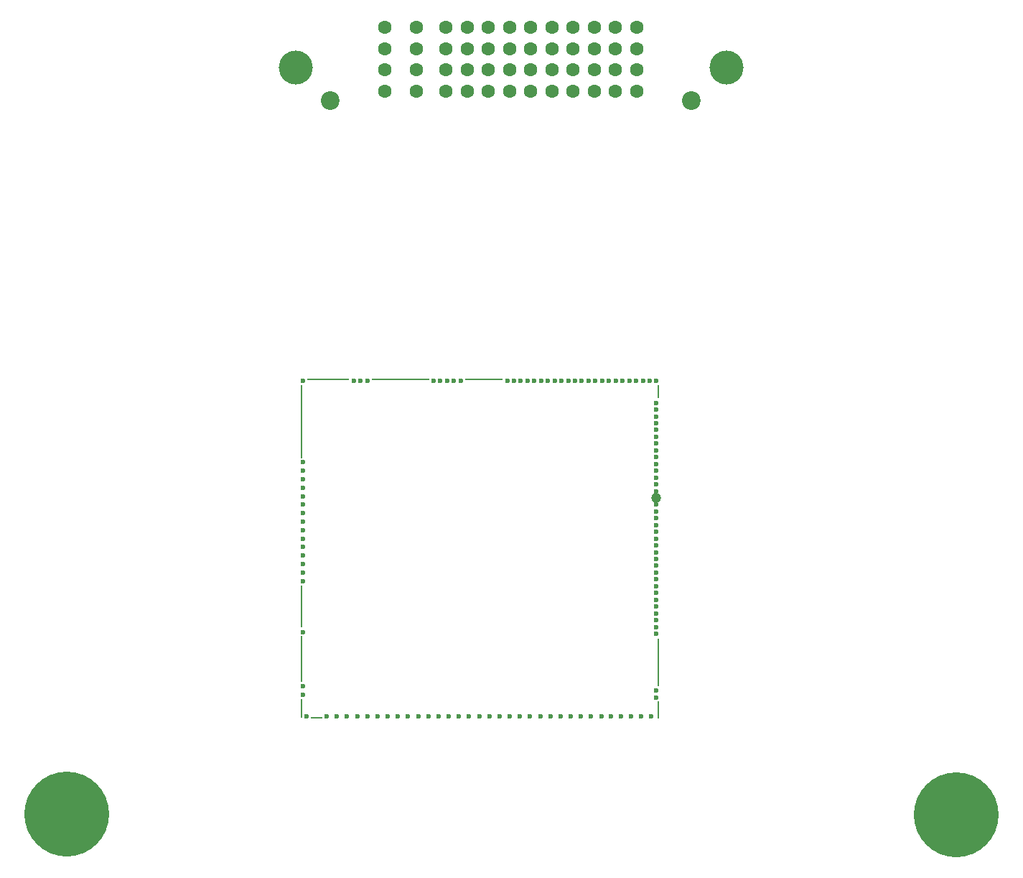
<source format=gtl>
G04 #@! TF.GenerationSoftware,KiCad,Pcbnew,8.0.9-8.0.9-0~ubuntu24.04.1*
G04 #@! TF.CreationDate,2026-01-28T14:13:45+00:00*
G04 #@! TF.ProjectId,greenecu48,67726565-6e65-4637-9534-382e6b696361,rev?*
G04 #@! TF.SameCoordinates,Original*
G04 #@! TF.FileFunction,Copper,L1,Top*
G04 #@! TF.FilePolarity,Positive*
%FSLAX46Y46*%
G04 Gerber Fmt 4.6, Leading zero omitted, Abs format (unit mm)*
G04 Created by KiCad (PCBNEW 8.0.9-8.0.9-0~ubuntu24.04.1) date 2026-01-28 14:13:45*
%MOMM*%
%LPD*%
G01*
G04 APERTURE LIST*
G04 #@! TA.AperFunction,ComponentPad*
%ADD10C,4.000000*%
G04 #@! TD*
G04 #@! TA.AperFunction,ComponentPad*
%ADD11C,2.200000*%
G04 #@! TD*
G04 #@! TA.AperFunction,ComponentPad*
%ADD12C,1.600000*%
G04 #@! TD*
G04 #@! TA.AperFunction,ComponentPad*
%ADD13C,0.600000*%
G04 #@! TD*
G04 #@! TA.AperFunction,ComponentPad*
%ADD14C,1.200000*%
G04 #@! TD*
G04 #@! TA.AperFunction,SMDPad,CuDef*
%ADD15R,0.200000X2.300000*%
G04 #@! TD*
G04 #@! TA.AperFunction,SMDPad,CuDef*
%ADD16R,0.200000X5.400000*%
G04 #@! TD*
G04 #@! TA.AperFunction,SMDPad,CuDef*
%ADD17R,0.200000X8.600000*%
G04 #@! TD*
G04 #@! TA.AperFunction,SMDPad,CuDef*
%ADD18R,0.200000X5.000000*%
G04 #@! TD*
G04 #@! TA.AperFunction,SMDPad,CuDef*
%ADD19R,1.400000X0.200000*%
G04 #@! TD*
G04 #@! TA.AperFunction,SMDPad,CuDef*
%ADD20R,5.000000X0.200000*%
G04 #@! TD*
G04 #@! TA.AperFunction,SMDPad,CuDef*
%ADD21R,6.800000X0.200000*%
G04 #@! TD*
G04 #@! TA.AperFunction,SMDPad,CuDef*
%ADD22R,4.500000X0.200000*%
G04 #@! TD*
G04 #@! TA.AperFunction,SMDPad,CuDef*
%ADD23R,0.200000X1.600000*%
G04 #@! TD*
G04 #@! TA.AperFunction,SMDPad,CuDef*
%ADD24R,0.200000X5.700000*%
G04 #@! TD*
G04 #@! TA.AperFunction,SMDPad,CuDef*
%ADD25R,0.200000X2.000000*%
G04 #@! TD*
G04 #@! TA.AperFunction,ViaPad*
%ADD26C,10.000000*%
G04 #@! TD*
G04 APERTURE END LIST*
D10*
G04 #@! TO.P,U1,*
G04 #@! TO.N,*
X38587601Y98705401D03*
D11*
X42687601Y94855401D03*
X85287601Y94855401D03*
D10*
X89387601Y98705401D03*
D12*
G04 #@! TO.P,U1,1,1*
G04 #@! TO.N,/12V_MREL*
X49137601Y103455401D03*
G04 #@! TO.P,U1,2,2*
G04 #@! TO.N,/GND*
X49137601Y100955401D03*
G04 #@! TO.P,U1,3,3*
G04 #@! TO.N,/LS2*
X49137601Y98455401D03*
G04 #@! TO.P,U1,4,4*
G04 #@! TO.N,/E-THROTTLE+*
X49137601Y95955401D03*
G04 #@! TO.P,U1,5,5*
G04 #@! TO.N,/12V_KEY*
X52837601Y103455401D03*
G04 #@! TO.P,U1,6,6*
G04 #@! TO.N,/GND*
X52837601Y100955401D03*
G04 #@! TO.P,U1,7,7*
G04 #@! TO.N,/LS1*
X52837601Y98455401D03*
G04 #@! TO.P,U1,8,8*
G04 #@! TO.N,/E-THROTTLE-*
X52837601Y95955401D03*
G04 #@! TO.P,U1,9,9*
G04 #@! TO.N,/Ign1*
X56337601Y103455401D03*
G04 #@! TO.P,U1,10,10*
G04 #@! TO.N,/Ign2*
X56337601Y100955401D03*
G04 #@! TO.P,U1,11,11*
G04 #@! TO.N,/Ign3*
X56337601Y98455401D03*
G04 #@! TO.P,U1,12,12*
G04 #@! TO.N,/Ign4*
X56337601Y95955401D03*
G04 #@! TO.P,U1,13,13*
G04 #@! TO.N,/GP6*
X58837601Y103455401D03*
G04 #@! TO.P,U1,14,14*
G04 #@! TO.N,/GP5*
X58837601Y100955401D03*
G04 #@! TO.P,U1,15,15*
G04 #@! TO.N,/USB_D-*
X58837601Y98455401D03*
G04 #@! TO.P,U1,16,16*
G04 #@! TO.N,/USB_D+*
X58837601Y95955401D03*
G04 #@! TO.P,U1,17,17*
G04 #@! TO.N,/GND*
X61337601Y103455401D03*
G04 #@! TO.P,U1,18,18*
G04 #@! TO.N,/AT1*
X61337601Y100955401D03*
G04 #@! TO.P,U1,19,19*
G04 #@! TO.N,/AV4*
X61337601Y98455401D03*
G04 #@! TO.P,U1,20,20*
G04 #@! TO.N,/AV5*
X61337601Y95955401D03*
G04 #@! TO.P,U1,21,21*
G04 #@! TO.N,/GND*
X63837601Y103455401D03*
G04 #@! TO.P,U1,22,22*
G04 #@! TO.N,/AT4*
X63837601Y100955401D03*
G04 #@! TO.P,U1,23,23*
G04 #@! TO.N,/AT2*
X63837601Y98455401D03*
G04 #@! TO.P,U1,24,24*
G04 #@! TO.N,/AT3*
X63837601Y95955401D03*
G04 #@! TO.P,U1,25,25*
G04 #@! TO.N,/CAM_SENSOR*
X66337601Y103455401D03*
G04 #@! TO.P,U1,26,26*
G04 #@! TO.N,/AV2*
X66337601Y100955401D03*
G04 #@! TO.P,U1,27,27*
G04 #@! TO.N,/AV1*
X66337601Y98455401D03*
G04 #@! TO.P,U1,28,28*
G04 #@! TO.N,/AV10*
X66337601Y95955401D03*
G04 #@! TO.P,U1,29,29*
G04 #@! TO.N,/MAIN_RELAY*
X68837601Y103455401D03*
G04 #@! TO.P,U1,30,30*
G04 #@! TO.N,/AV7*
X68837601Y100955401D03*
G04 #@! TO.P,U1,31,31*
G04 #@! TO.N,/AV3*
X68837601Y98455401D03*
G04 #@! TO.P,U1,32,32*
G04 #@! TO.N,/AV6*
X68837601Y95955401D03*
G04 #@! TO.P,U1,33,33*
G04 #@! TO.N,/GP3*
X71337601Y103455401D03*
G04 #@! TO.P,U1,34,34*
G04 #@! TO.N,/GP2*
X71337601Y100955401D03*
G04 #@! TO.P,U1,35,35*
G04 #@! TO.N,/GP1*
X71337601Y98455401D03*
G04 #@! TO.P,U1,36,36*
G04 #@! TO.N,/AV8*
X71337601Y95955401D03*
G04 #@! TO.P,U1,37,37*
G04 #@! TO.N,/INJECTOR-1*
X73837601Y103455401D03*
G04 #@! TO.P,U1,38,38*
G04 #@! TO.N,/INJECTOR-2*
X73837601Y100955401D03*
G04 #@! TO.P,U1,39,39*
G04 #@! TO.N,/5V2*
X73837601Y98455401D03*
G04 #@! TO.P,U1,40,40*
G04 #@! TO.N,/AV9*
X73837601Y95955401D03*
G04 #@! TO.P,U1,41,41*
G04 #@! TO.N,/INJECTOR-3*
X76337601Y103455401D03*
G04 #@! TO.P,U1,42,42*
G04 #@! TO.N,/INJECTOR-4*
X76337601Y100955401D03*
G04 #@! TO.P,U1,43,43*
G04 #@! TO.N,/GP4*
X76337601Y98455401D03*
G04 #@! TO.P,U1,44,44*
G04 #@! TO.N,/5V1*
X76337601Y95955401D03*
G04 #@! TO.P,U1,45,45*
G04 #@! TO.N,/CRNK+*
X78837601Y103455401D03*
G04 #@! TO.P,U1,46,46*
G04 #@! TO.N,/CRNK-*
X78837601Y100955401D03*
G04 #@! TO.P,U1,47,47*
G04 #@! TO.N,/CANL*
X78837601Y98455401D03*
G04 #@! TO.P,U1,48,48*
G04 #@! TO.N,/CANH*
X78837601Y95955401D03*
G04 #@! TD*
D13*
G04 #@! TO.P,M1,E1,SPI2_SCK/CAN2_TX*
G04 #@! TO.N,unconnected-(M1-SPI2_SCK{slash}CAN2_TX-PadE1)*
X81160000Y59229993D03*
G04 #@! TO.P,M1,E2,SPI2_MISO*
G04 #@! TO.N,unconnected-(M1-SPI2_MISO-PadE2)*
X81160000Y58429992D03*
G04 #@! TO.P,M1,E3,SPI2_MOSI*
G04 #@! TO.N,unconnected-(M1-SPI2_MOSI-PadE3)*
X81160000Y57629994D03*
G04 #@! TO.P,M1,E4,SPI2_CS/CAN2_RX*
G04 #@! TO.N,unconnected-(M1-SPI2_CS{slash}CAN2_RX-PadE4)*
X81160000Y56829993D03*
G04 #@! TO.P,M1,E6,OUT_IO3*
G04 #@! TO.N,unconnected-(M1-OUT_IO3-PadE6)*
X81160000Y56029992D03*
G04 #@! TO.P,M1,E7,OUT_IO5*
G04 #@! TO.N,unconnected-(M1-OUT_IO5-PadE7)*
X81159997Y55229994D03*
G04 #@! TO.P,M1,E8,OUT_IO1*
G04 #@! TO.N,unconnected-(M1-OUT_IO1-PadE8)*
X81159997Y54429993D03*
G04 #@! TO.P,M1,E9,OUT_IO6*
G04 #@! TO.N,unconnected-(M1-OUT_IO6-PadE9)*
X81160000Y53629989D03*
G04 #@! TO.P,M1,E10,OUT_IO10*
G04 #@! TO.N,unconnected-(M1-OUT_IO10-PadE10)*
X81160000Y52829993D03*
G04 #@! TO.P,M1,E11,OUT_IO9*
G04 #@! TO.N,unconnected-(M1-OUT_IO9-PadE11)*
X81160000Y52029993D03*
G04 #@! TO.P,M1,E12,OUT_IO2*
G04 #@! TO.N,unconnected-(M1-OUT_IO2-PadE12)*
X81160000Y51229992D03*
G04 #@! TO.P,M1,E13,OUT_IO12*
G04 #@! TO.N,unconnected-(M1-OUT_IO12-PadE13)*
X81159997Y50429993D03*
G04 #@! TO.P,M1,E14,OUT_PWM5*
G04 #@! TO.N,unconnected-(M1-OUT_PWM5-PadE14)*
X81159997Y49629992D03*
G04 #@! TO.P,M1,E15,OUT_PWM4*
G04 #@! TO.N,unconnected-(M1-OUT_PWM4-PadE15)*
X81159997Y48829991D03*
D14*
G04 #@! TO.P,M1,E16,OUT_PWM3*
G04 #@! TO.N,unconnected-(M1-OUT_PWM3-PadE16)*
X81160000Y48029993D03*
D13*
G04 #@! TO.P,M1,E17,OUT_PWM2*
G04 #@! TO.N,unconnected-(M1-OUT_PWM2-PadE17)*
X81160000Y47229992D03*
G04 #@! TO.P,M1,E18,OUT_INJ2*
G04 #@! TO.N,unconnected-(M1-OUT_INJ2-PadE18)*
X81160000Y46429994D03*
G04 #@! TO.P,M1,E19,OUT_INJ1*
G04 #@! TO.N,unconnected-(M1-OUT_INJ1-PadE19)*
X81159997Y45629993D03*
G04 #@! TO.P,M1,E20,OUT_IO13*
G04 #@! TO.N,unconnected-(M1-OUT_IO13-PadE20)*
X81159997Y44829992D03*
G04 #@! TO.P,M1,E21,OUT_IO4*
G04 #@! TO.N,unconnected-(M1-OUT_IO4-PadE21)*
X81160000Y44029993D03*
G04 #@! TO.P,M1,E22,OUT_IO8*
G04 #@! TO.N,unconnected-(M1-OUT_IO8-PadE22)*
X81160000Y43229992D03*
G04 #@! TO.P,M1,E23,OUT_IO7*
G04 #@! TO.N,unconnected-(M1-OUT_IO7-PadE23)*
X81160000Y42429991D03*
G04 #@! TO.P,M1,E24,OUT_IO11*
G04 #@! TO.N,unconnected-(M1-OUT_IO11-PadE24)*
X81160000Y41629993D03*
G04 #@! TO.P,M1,E25,OUT_PWM7*
G04 #@! TO.N,unconnected-(M1-OUT_PWM7-PadE25)*
X81160000Y40829992D03*
G04 #@! TO.P,M1,E26,OUT_PWM6*
G04 #@! TO.N,unconnected-(M1-OUT_PWM6-PadE26)*
X81160000Y40029994D03*
G04 #@! TO.P,M1,E27,OUT_PWM1*
G04 #@! TO.N,unconnected-(M1-OUT_PWM1-PadE27)*
X81160000Y39229993D03*
G04 #@! TO.P,M1,E28,OUT_PWM8*
G04 #@! TO.N,unconnected-(M1-OUT_PWM8-PadE28)*
X81160000Y38429992D03*
G04 #@! TO.P,M1,E29,OUT_INJ3*
G04 #@! TO.N,unconnected-(M1-OUT_INJ3-PadE29)*
X81160000Y37629993D03*
G04 #@! TO.P,M1,E30,OUT_INJ4*
G04 #@! TO.N,unconnected-(M1-OUT_INJ4-PadE30)*
X81160000Y36829992D03*
G04 #@! TO.P,M1,E31,OUT_INJ5*
G04 #@! TO.N,unconnected-(M1-OUT_INJ5-PadE31)*
X81159997Y36029994D03*
G04 #@! TO.P,M1,E32,OUT_INJ6*
G04 #@! TO.N,unconnected-(M1-OUT_INJ6-PadE32)*
X81160000Y35229991D03*
G04 #@! TO.P,M1,E33,OUT_INJ7*
G04 #@! TO.N,unconnected-(M1-OUT_INJ7-PadE33)*
X81160000Y34429992D03*
G04 #@! TO.P,M1,E34,OUT_INJ8*
G04 #@! TO.N,unconnected-(M1-OUT_INJ8-PadE34)*
X81160000Y33629994D03*
G04 #@! TO.P,M1,E35,IO6*
G04 #@! TO.N,unconnected-(M1-IO6-PadE35)*
X81160000Y32829993D03*
G04 #@! TO.P,M1,E36,IO7*
G04 #@! TO.N,unconnected-(M1-IO7-PadE36)*
X81160000Y32029992D03*
G04 #@! TO.P,M1,E38,V5A_SWITCHABLE*
G04 #@! TO.N,unconnected-(M1-V5A_SWITCHABLE-PadE38)*
X81159997Y25329998D03*
G04 #@! TO.P,M1,E39,GNDA*
G04 #@! TO.N,unconnected-(M1-GNDA-PadE39)*
X81160000Y24529997D03*
D15*
G04 #@! TO.P,M1,G,GND*
G04 #@! TO.N,unconnected-(M1-GND-PadG)*
X39259995Y23179997D03*
D16*
X39259997Y29030000D03*
D17*
X39259998Y57029997D03*
D18*
X39259998Y35229997D03*
D19*
X41060004Y22129994D03*
D20*
X42459999Y62029995D03*
D21*
X50960002Y62029995D03*
D22*
X60810005Y62029995D03*
D23*
X81360000Y60529996D03*
D24*
X81360000Y28679993D03*
D25*
X81360000Y23030000D03*
D13*
G04 #@! TO.P,M1,N1,USBID*
G04 #@! TO.N,unconnected-(M1-USBID-PadN1)*
X81160000Y61829996D03*
G04 #@! TO.P,M1,N2,USBM*
G04 #@! TO.N,unconnected-(M1-USBM-PadN2)*
X80360002Y61829998D03*
G04 #@! TO.P,M1,N3,USBP*
G04 #@! TO.N,unconnected-(M1-USBP-PadN3)*
X79560001Y61829998D03*
G04 #@! TO.P,M1,N4,VBUS*
G04 #@! TO.N,unconnected-(M1-VBUS-PadN4)*
X78760002Y61829996D03*
G04 #@! TO.P,M1,N5,BOOT0*
G04 #@! TO.N,unconnected-(M1-BOOT0-PadN5)*
X77960001Y61829996D03*
G04 #@! TO.P,M1,N6,SWO*
G04 #@! TO.N,unconnected-(M1-SWO-PadN6)*
X77160000Y61829996D03*
G04 #@! TO.P,M1,N7,SWDIO*
G04 #@! TO.N,unconnected-(M1-SWDIO-PadN7)*
X76360002Y61829996D03*
G04 #@! TO.P,M1,N8,SWCLK*
G04 #@! TO.N,unconnected-(M1-SWCLK-PadN8)*
X75560001Y61829998D03*
G04 #@! TO.P,M1,N9,nReset*
G04 #@! TO.N,unconnected-(M1-nReset-PadN9)*
X74760003Y61829996D03*
G04 #@! TO.P,M1,N10,SPI3_CS*
G04 #@! TO.N,unconnected-(M1-SPI3_CS-PadN10)*
X73960002Y61829996D03*
G04 #@! TO.P,M1,N11,SPI3_SCK*
G04 #@! TO.N,unconnected-(M1-SPI3_SCK-PadN11)*
X73160001Y61829996D03*
G04 #@! TO.P,M1,N12,SPI3_MISO*
G04 #@! TO.N,unconnected-(M1-SPI3_MISO-PadN12)*
X72360000Y61829996D03*
G04 #@! TO.P,M1,N13,SPI3_MOSI*
G04 #@! TO.N,unconnected-(M1-SPI3_MOSI-PadN13)*
X71560001Y61829996D03*
G04 #@! TO.P,M1,N14,I2C_SCL*
G04 #@! TO.N,unconnected-(M1-I2C_SCL-PadN14)*
X70760000Y61829996D03*
G04 #@! TO.P,M1,N15,I2C_SDA*
G04 #@! TO.N,unconnected-(M1-I2C_SDA-PadN15)*
X69959999Y61829998D03*
G04 #@! TO.P,M1,N16,IO1*
G04 #@! TO.N,unconnected-(M1-IO1-PadN16)*
X69159999Y61829998D03*
G04 #@! TO.P,M1,N17,UART2_TX*
G04 #@! TO.N,unconnected-(M1-UART2_TX-PadN17)*
X68360000Y61829996D03*
G04 #@! TO.P,M1,N18,UART2_RX*
G04 #@! TO.N,unconnected-(M1-UART2_RX-PadN18)*
X67559999Y61829996D03*
G04 #@! TO.P,M1,N19,IO2*
G04 #@! TO.N,unconnected-(M1-IO2-PadN19)*
X66760001Y61829996D03*
G04 #@! TO.P,M1,N20,IO4*
G04 #@! TO.N,unconnected-(M1-IO4-PadN20)*
X65960000Y61829996D03*
G04 #@! TO.P,M1,N21,IO3*
G04 #@! TO.N,unconnected-(M1-IO3-PadN21)*
X65160001Y61829998D03*
G04 #@! TO.P,M1,N22,V33*
G04 #@! TO.N,unconnected-(M1-V33-PadN22)*
X64360000Y61829996D03*
G04 #@! TO.P,M1,N23,IO5*
G04 #@! TO.N,unconnected-(M1-IO5-PadN23)*
X63560000Y61829996D03*
G04 #@! TO.P,M1,N24,UART8_RX*
G04 #@! TO.N,unconnected-(M1-UART8_RX-PadN24)*
X58060000Y61829996D03*
G04 #@! TO.P,M1,N25,UART8_TX*
G04 #@! TO.N,unconnected-(M1-UART8_TX-PadN25)*
X57259999Y61829996D03*
G04 #@! TO.P,M1,N26,IN_VIGN*
G04 #@! TO.N,unconnected-(M1-IN_VIGN-PadN26)*
X56460001Y61829996D03*
G04 #@! TO.P,M1,N27,VBAT*
G04 #@! TO.N,unconnected-(M1-VBAT-PadN27)*
X55660003Y61829996D03*
G04 #@! TO.P,M1,N28,V33_SWITCHABLE*
G04 #@! TO.N,unconnected-(M1-V33_SWITCHABLE-PadN28)*
X54860004Y61829996D03*
G04 #@! TO.P,M1,N29,OUT_PWR_EN*
G04 #@! TO.N,unconnected-(M1-OUT_PWR_EN-PadN29)*
X47060000Y61829996D03*
G04 #@! TO.P,M1,N30,V5A_SWITCHABLE*
G04 #@! TO.N,unconnected-(M1-V5A_SWITCHABLE-PadN30)*
X46260001Y61829996D03*
G04 #@! TO.P,M1,N31,VCC*
G04 #@! TO.N,unconnected-(M1-VCC-PadN31)*
X45460003Y61829996D03*
G04 #@! TO.P,M1,N32,V33*
G04 #@! TO.N,unconnected-(M1-V33-PadN32)*
X39459999Y61829996D03*
G04 #@! TO.P,M1,S1,IN_D4*
G04 #@! TO.N,unconnected-(M1-IN_D4-PadS1)*
X80559999Y22329991D03*
G04 #@! TO.P,M1,S2,IN_D3*
G04 #@! TO.N,unconnected-(M1-IN_D3-PadS2)*
X79359998Y22329993D03*
G04 #@! TO.P,M1,S3,IN_D2*
G04 #@! TO.N,unconnected-(M1-IN_D2-PadS3)*
X78160001Y22329993D03*
G04 #@! TO.P,M1,S4,IN_D1*
G04 #@! TO.N,unconnected-(M1-IN_D1-PadS4)*
X76960001Y22329991D03*
G04 #@! TO.P,M1,S5,VREF2*
G04 #@! TO.N,unconnected-(M1-VREF2-PadS5)*
X75760001Y22329993D03*
G04 #@! TO.P,M1,S6,IN_SENS4*
G04 #@! TO.N,unconnected-(M1-IN_SENS4-PadS6)*
X74660013Y22329993D03*
G04 #@! TO.P,M1,S7,IN_SENS3*
G04 #@! TO.N,unconnected-(M1-IN_SENS3-PadS7)*
X73460013Y22329993D03*
G04 #@! TO.P,M1,S8,IN_SENS2*
G04 #@! TO.N,unconnected-(M1-IN_SENS2-PadS8)*
X72260015Y22329991D03*
G04 #@! TO.P,M1,S9,IN_SENS1*
G04 #@! TO.N,unconnected-(M1-IN_SENS1-PadS9)*
X71060015Y22329993D03*
G04 #@! TO.P,M1,S10,IN_AUX4*
G04 #@! TO.N,unconnected-(M1-IN_AUX4-PadS10)*
X69860012Y22329993D03*
G04 #@! TO.P,M1,S11,IN_AUX3*
G04 #@! TO.N,unconnected-(M1-IN_AUX3-PadS11)*
X68660010Y22329991D03*
G04 #@! TO.P,M1,S12,IN_AUX2*
G04 #@! TO.N,unconnected-(M1-IN_AUX2-PadS12)*
X67460012Y22329993D03*
G04 #@! TO.P,M1,S13,IN_AUX1*
G04 #@! TO.N,unconnected-(M1-IN_AUX1-PadS13)*
X66260014Y22329993D03*
G04 #@! TO.P,M1,S14,IN_RES2*
G04 #@! TO.N,unconnected-(M1-IN_RES2-PadS14)*
X65060007Y22329993D03*
G04 #@! TO.P,M1,S15,IN_O2S2*
G04 #@! TO.N,unconnected-(M1-IN_O2S2-PadS15)*
X63860007Y22329993D03*
G04 #@! TO.P,M1,S16,IN_O2S*
G04 #@! TO.N,unconnected-(M1-IN_O2S-PadS16)*
X62660009Y22329993D03*
G04 #@! TO.P,M1,S17,IN_RES1*
G04 #@! TO.N,unconnected-(M1-IN_RES1-PadS17)*
X61460009Y22329993D03*
G04 #@! TO.P,M1,S18,IN_RES3*
G04 #@! TO.N,unconnected-(M1-IN_RES3-PadS18)*
X60260004Y22329993D03*
G04 #@! TO.P,M1,S19,IN_MAP3*
G04 #@! TO.N,unconnected-(M1-IN_MAP3-PadS19)*
X59060003Y22329993D03*
G04 #@! TO.P,M1,S20,IN_MAP2*
G04 #@! TO.N,unconnected-(M1-IN_MAP2-PadS20)*
X57860006Y22329991D03*
G04 #@! TO.P,M1,S21,IN_MAP1*
G04 #@! TO.N,unconnected-(M1-IN_MAP1-PadS21)*
X56660006Y22329993D03*
G04 #@! TO.P,M1,S22,IN_CRANK*
G04 #@! TO.N,unconnected-(M1-IN_CRANK-PadS22)*
X55460003Y22329991D03*
G04 #@! TO.P,M1,S23,IN_KNOCK*
G04 #@! TO.N,unconnected-(M1-IN_KNOCK-PadS23)*
X54260003Y22329993D03*
G04 #@! TO.P,M1,S24,IN_CAM*
G04 #@! TO.N,unconnected-(M1-IN_CAM-PadS24)*
X53060008Y22329993D03*
G04 #@! TO.P,M1,S25,IN_VSS*
G04 #@! TO.N,unconnected-(M1-IN_VSS-PadS25)*
X51860005Y22329991D03*
G04 #@! TO.P,M1,S26,IN_IAT*
G04 #@! TO.N,unconnected-(M1-IN_IAT-PadS26)*
X50660000Y22329993D03*
G04 #@! TO.P,M1,S27,IN_AT1*
G04 #@! TO.N,unconnected-(M1-IN_AT1-PadS27)*
X49460000Y22329991D03*
G04 #@! TO.P,M1,S28,IN_CLT*
G04 #@! TO.N,unconnected-(M1-IN_CLT-PadS28)*
X48260002Y22329993D03*
G04 #@! TO.P,M1,S29,IN_AT2*
G04 #@! TO.N,unconnected-(M1-IN_AT2-PadS29)*
X47060002Y22329993D03*
G04 #@! TO.P,M1,S30,IN_TPS*
G04 #@! TO.N,unconnected-(M1-IN_TPS-PadS30)*
X45859997Y22329993D03*
G04 #@! TO.P,M1,S31,IN_PPS*
G04 #@! TO.N,unconnected-(M1-IN_PPS-PadS31)*
X44659997Y22329993D03*
G04 #@! TO.P,M1,S32,IN_TPS2*
G04 #@! TO.N,unconnected-(M1-IN_TPS2-PadS32)*
X43459999Y22329993D03*
G04 #@! TO.P,M1,S33,IN_PPS2*
G04 #@! TO.N,unconnected-(M1-IN_PPS2-PadS33)*
X42259999Y22329993D03*
G04 #@! TO.P,M1,S35,VREF1*
G04 #@! TO.N,unconnected-(M1-VREF1-PadS35)*
X39859999Y22329993D03*
G04 #@! TO.P,M1,W1,GNDA*
G04 #@! TO.N,unconnected-(M1-GNDA-PadW1)*
X39459997Y24829996D03*
G04 #@! TO.P,M1,W2,V5A_SWITCHABLE*
G04 #@! TO.N,unconnected-(M1-V5A_SWITCHABLE-PadW2)*
X39459997Y25829997D03*
G04 #@! TO.P,M1,W3,V33_REF*
G04 #@! TO.N,unconnected-(M1-V33_REF-PadW3)*
X39459999Y32229999D03*
G04 #@! TO.P,M1,W3a,BOOT1*
G04 #@! TO.N,unconnected-(M1-BOOT1-PadW3a)*
X39459998Y38229997D03*
G04 #@! TO.P,M1,W4,IGN8*
G04 #@! TO.N,unconnected-(M1-IGN8-PadW4)*
X39459999Y39229995D03*
G04 #@! TO.P,M1,W5,IGN7*
G04 #@! TO.N,unconnected-(M1-IGN7-PadW5)*
X39459999Y40229996D03*
G04 #@! TO.P,M1,W6,IGN6*
G04 #@! TO.N,unconnected-(M1-IGN6-PadW6)*
X39459999Y41229994D03*
G04 #@! TO.P,M1,W7,IGN5*
G04 #@! TO.N,unconnected-(M1-IGN5-PadW7)*
X39459999Y42229994D03*
G04 #@! TO.P,M1,W8,IGN4*
G04 #@! TO.N,unconnected-(M1-IGN4-PadW8)*
X39459999Y43229995D03*
G04 #@! TO.P,M1,W9,IGN3*
G04 #@! TO.N,unconnected-(M1-IGN3-PadW9)*
X39459999Y44229993D03*
G04 #@! TO.P,M1,W10,IGN2*
G04 #@! TO.N,unconnected-(M1-IGN2-PadW10)*
X39459999Y45229993D03*
G04 #@! TO.P,M1,W11,IGN1*
G04 #@! TO.N,unconnected-(M1-IGN1-PadW11)*
X39459999Y46229991D03*
G04 #@! TO.P,M1,W11a,LED_RED*
G04 #@! TO.N,unconnected-(M1-LED_RED-PadW11a)*
X39459998Y47229997D03*
G04 #@! TO.P,M1,W11b,LED_GREEN*
G04 #@! TO.N,unconnected-(M1-LED_GREEN-PadW11b)*
X39459998Y48229997D03*
G04 #@! TO.P,M1,W11c,LED_BLUE*
G04 #@! TO.N,unconnected-(M1-LED_BLUE-PadW11c)*
X39459998Y49229997D03*
G04 #@! TO.P,M1,W11d,LED_YELLOW*
G04 #@! TO.N,unconnected-(M1-LED_YELLOW-PadW11d)*
X39459998Y50229997D03*
G04 #@! TO.P,M1,W12,CANH*
G04 #@! TO.N,unconnected-(M1-CANH-PadW12)*
X39459998Y51229997D03*
G04 #@! TO.P,M1,W13,CANL*
G04 #@! TO.N,unconnected-(M1-CANL-PadW13)*
X39459998Y52229997D03*
G04 #@! TD*
D26*
G04 #@! TO.N,*
X116552201Y10703601D03*
X11612201Y10773601D03*
G04 #@! TD*
M02*

</source>
